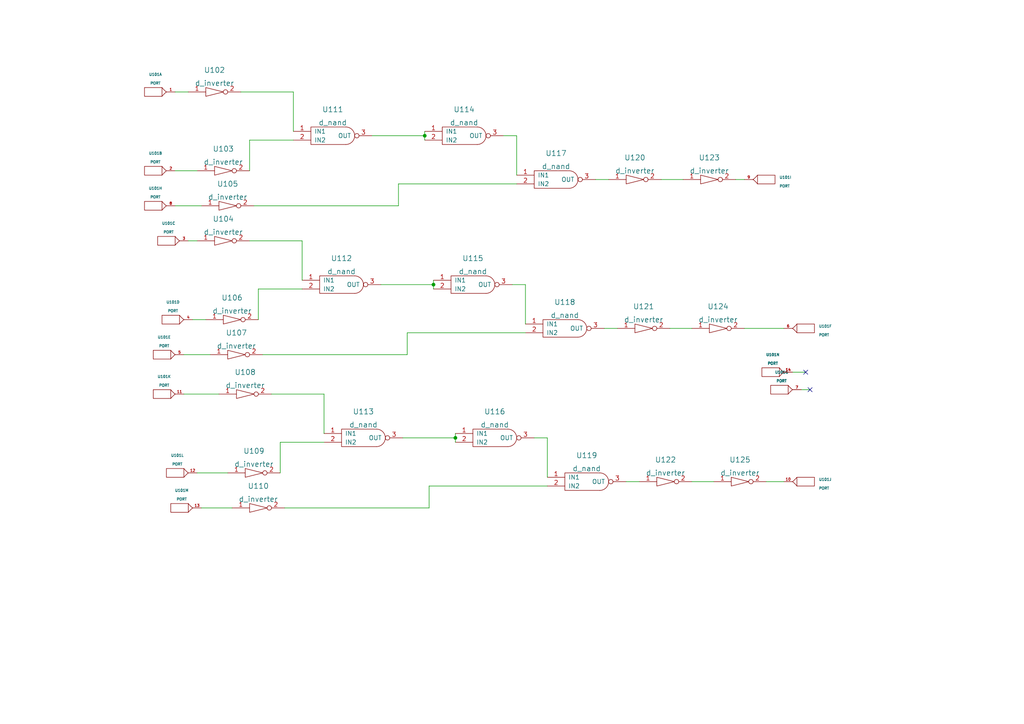
<source format=kicad_sch>
(kicad_sch (version 20211123) (generator eeschema)
  (paper "A4")
  (lib_symbols
    (symbol "eSim_Digital:d_inverter" (pin_names (offset 1.016))
      (property "Reference" "U" (at 0 -2.54 0))
      (property "Value" "d_inverter" (at 0 3.81 0))
      (symbol "d_inverter_0_1"
        (polyline (pts (xy -2.54 1.27) (xy -2.54 -1.27) (xy 2.54 0) (xy -2.54 1.27)))
      )
      (symbol "d_inverter_1_1"
        (pin input line (at -7.62 0 0) (length 5.08) (name "~") (number "1"))
        (pin output inverted (at 7.62 0 180) (length 5.08) (name "~") (number "2"))
      )
    )
    (symbol "eSim_Digital:d_nand" (pin_names (offset 1.016))
      (property "Reference" "U" (at 0 0 0))
      (property "Value" "d_nand" (at 1.27 2.54 0))
      (symbol "d_nand_0_1"
        (polyline (pts (xy 3.81 -1.27) (xy -6.35 -1.27) (xy -6.35 3.81) (xy 3.81 3.81)))
        (arc (start 3.81 -1.27) (mid 5.5897 -0.5171) (end 6.35 1.27))
        (arc (start 6.35 1.27) (mid 5.5971 3.0497) (end 3.81 3.81))
      )
      (symbol "d_nand_1_1"
        (pin input line (at -11.43 2.54 0) (length 5.08) (name "IN1") (number "1"))
        (pin input line (at -11.43 0 0) (length 5.08) (name "IN2") (number "2"))
        (pin output inverted (at 11.43 1.27 180) (length 5.08) (name "OUT") (number "3"))
      )
    )
    (symbol "eSim_Miscellaneous:PORT" (pin_names (offset 1.016))
      (property "Reference" "U" (at 1.27 2.54 0))
      (property "Value" "PORT" (at 0 0 0))
      (symbol "PORT_0_1"
        (rectangle (start -2.54 1.27) (end 2.54 -1.27))
        (arc (start 2.54 1.27) (mid 3.1355 0.5955) (end 3.81 0))
        (arc (start 3.81 0) (mid 3.1447 -0.6046) (end 2.54 -1.27))
      )
      (symbol "PORT_1_1"
        (pin bidirectional line (at 6.35 0 180) (length 2.54) (name "~") (number "1"))
      )
      (symbol "PORT_2_1"
        (pin bidirectional line (at 6.35 0 180) (length 2.54) (name "~") (number "2"))
      )
      (symbol "PORT_3_1"
        (pin bidirectional line (at 6.35 0 180) (length 2.54) (name "~") (number "3"))
      )
      (symbol "PORT_4_1"
        (pin bidirectional line (at 6.35 0 180) (length 2.54) (name "~") (number "4"))
      )
      (symbol "PORT_5_1"
        (pin bidirectional line (at 6.35 0 180) (length 2.54) (name "~") (number "5"))
      )
      (symbol "PORT_6_1"
        (pin bidirectional line (at 6.35 0 180) (length 2.54) (name "~") (number "6"))
      )
      (symbol "PORT_7_1"
        (pin bidirectional line (at 6.35 0 180) (length 2.54) (name "~") (number "7"))
      )
      (symbol "PORT_8_1"
        (pin bidirectional line (at 6.35 0 180) (length 2.54) (name "~") (number "8"))
      )
      (symbol "PORT_9_1"
        (pin bidirectional line (at 6.35 0 180) (length 2.54) (name "~") (number "9"))
      )
      (symbol "PORT_10_1"
        (pin bidirectional line (at 6.35 0 180) (length 2.54) (name "~") (number "10"))
      )
      (symbol "PORT_11_1"
        (pin bidirectional line (at 6.35 0 180) (length 2.54) (name "~") (number "11"))
      )
      (symbol "PORT_12_1"
        (pin bidirectional line (at 6.35 0 180) (length 2.54) (name "~") (number "12"))
      )
      (symbol "PORT_13_1"
        (pin bidirectional line (at 6.35 0 180) (length 2.54) (name "~") (number "13"))
      )
      (symbol "PORT_14_1"
        (pin bidirectional line (at 6.35 0 180) (length 2.54) (name "~") (number "14"))
      )
      (symbol "PORT_15_1"
        (pin bidirectional line (at 6.35 0 180) (length 2.54) (name "~") (number "15"))
      )
      (symbol "PORT_16_1"
        (pin bidirectional line (at 6.35 0 180) (length 2.54) (name "~") (number "16"))
      )
      (symbol "PORT_17_1"
        (pin bidirectional line (at 6.35 0 180) (length 2.54) (name "~") (number "17"))
      )
      (symbol "PORT_18_1"
        (pin bidirectional line (at 6.35 0 180) (length 2.54) (name "~") (number "18"))
      )
      (symbol "PORT_19_1"
        (pin bidirectional line (at 6.35 0 180) (length 2.54) (name "~") (number "19"))
      )
      (symbol "PORT_20_1"
        (pin bidirectional line (at 6.35 0 180) (length 2.54) (name "~") (number "20"))
      )
      (symbol "PORT_21_1"
        (pin bidirectional line (at 6.35 0 180) (length 2.54) (name "~") (number "21"))
      )
      (symbol "PORT_22_1"
        (pin bidirectional line (at 6.35 0 180) (length 2.54) (name "~") (number "22"))
      )
      (symbol "PORT_23_1"
        (pin bidirectional line (at 6.35 0 180) (length 2.54) (name "~") (number "23"))
      )
      (symbol "PORT_24_1"
        (pin bidirectional line (at 6.35 0 180) (length 2.54) (name "~") (number "24"))
      )
      (symbol "PORT_25_1"
        (pin bidirectional line (at 6.35 0 180) (length 2.54) (name "~") (number "25"))
      )
      (symbol "PORT_26_1"
        (pin bidirectional line (at 6.35 0 180) (length 2.54) (name "~") (number "26"))
      )
    )
  )
  (junction (at 123.19 39.37))
  (junction (at 132.08 127))
  (junction (at 125.73 82.55))
  (no_connect (at 234.95 113.03))
  (no_connect (at 233.68 107.95))
  (wire (pts (xy 74.93 83.82) (xy 87.63 83.82)))
  (wire (pts (xy 115.57 53.34) (xy 149.86 53.34)))
  (wire (pts (xy 72.39 49.53) (xy 72.39 40.64)))
  (wire (pts (xy 227.33 95.25) (xy 215.9 95.25)))
  (wire (pts (xy 123.19 39.37) (xy 123.19 40.64)))
  (wire (pts (xy 124.46 147.32) (xy 124.46 140.97)))
  (wire (pts (xy 118.11 96.52) (xy 152.4 96.52)))
  (wire (pts (xy 185.42 139.7) (xy 181.61 139.7)))
  (wire (pts (xy 110.49 82.55) (xy 125.73 82.55)))
  (wire (pts (xy 69.85 26.67) (xy 85.09 26.67)))
  (wire (pts (xy 50.8 49.53) (xy 57.15 49.53)))
  (wire (pts (xy 85.09 26.67) (xy 85.09 38.1)))
  (wire (pts (xy 81.28 137.16) (xy 81.28 128.27)))
  (wire (pts (xy 76.2 102.87) (xy 118.11 102.87)))
  (wire (pts (xy 72.39 40.64) (xy 85.09 40.64)))
  (wire (pts (xy 72.39 69.85) (xy 87.63 69.85)))
  (wire (pts (xy 227.33 139.7) (xy 222.25 139.7)))
  (wire (pts (xy 154.94 127) (xy 158.75 127)))
  (wire (pts (xy 53.34 102.87) (xy 60.96 102.87)))
  (wire (pts (xy 213.36 52.07) (xy 215.9 52.07)))
  (wire (pts (xy 200.66 139.7) (xy 207.01 139.7)))
  (wire (pts (xy 132.08 127) (xy 132.08 128.27)))
  (wire (pts (xy 124.46 140.97) (xy 158.75 140.97)))
  (wire (pts (xy 107.95 39.37) (xy 123.19 39.37)))
  (wire (pts (xy 146.05 39.37) (xy 149.86 39.37)))
  (wire (pts (xy 78.74 114.3) (xy 93.98 114.3)))
  (wire (pts (xy 191.77 52.07) (xy 198.12 52.07)))
  (wire (pts (xy 74.93 92.71) (xy 74.93 83.82)))
  (wire (pts (xy 232.41 113.03) (xy 234.95 113.03)))
  (wire (pts (xy 93.98 114.3) (xy 93.98 125.73)))
  (wire (pts (xy 53.34 114.3) (xy 63.5 114.3)))
  (wire (pts (xy 82.55 147.32) (xy 124.46 147.32)))
  (wire (pts (xy 118.11 102.87) (xy 118.11 96.52)))
  (wire (pts (xy 125.73 81.28) (xy 125.73 82.55)))
  (wire (pts (xy 152.4 82.55) (xy 152.4 93.98)))
  (wire (pts (xy 194.31 95.25) (xy 200.66 95.25)))
  (wire (pts (xy 229.87 107.95) (xy 233.68 107.95)))
  (wire (pts (xy 148.59 82.55) (xy 152.4 82.55)))
  (wire (pts (xy 179.07 95.25) (xy 175.26 95.25)))
  (wire (pts (xy 58.42 147.32) (xy 67.31 147.32)))
  (wire (pts (xy 132.08 125.73) (xy 132.08 127)))
  (wire (pts (xy 57.15 137.16) (xy 66.04 137.16)))
  (wire (pts (xy 81.28 128.27) (xy 93.98 128.27)))
  (wire (pts (xy 176.53 52.07) (xy 172.72 52.07)))
  (wire (pts (xy 54.61 69.85) (xy 57.15 69.85)))
  (wire (pts (xy 125.73 82.55) (xy 125.73 83.82)))
  (wire (pts (xy 115.57 59.69) (xy 115.57 53.34)))
  (wire (pts (xy 149.86 39.37) (xy 149.86 50.8)))
  (wire (pts (xy 123.19 38.1) (xy 123.19 39.37)))
  (wire (pts (xy 87.63 69.85) (xy 87.63 81.28)))
  (wire (pts (xy 158.75 127) (xy 158.75 138.43)))
  (wire (pts (xy 73.66 59.69) (xy 115.57 59.69)))
  (wire (pts (xy 116.84 127) (xy 132.08 127)))
  (wire (pts (xy 55.88 92.71) (xy 59.69 92.71)))
  (wire (pts (xy 50.8 59.69) (xy 58.42 59.69)))
  (wire (pts (xy 50.8 26.67) (xy 54.61 26.67)))
  (symbol (lib_id "eSim_Digital:d_inverter") (at 208.28 95.25 0) (unit 1)
    (property "Reference" "U124" (at 208.28 88.9 0) (effects (font (size 1.524 1.524))))
    (property "Value" "d_inverter" (at 208.28 92.71 0) (effects (font (size 1.524 1.524))))
  )
  (symbol (lib_id "eSim_Digital:d_inverter") (at 62.23 26.67 0) (unit 1)
    (property "Reference" "U102" (at 62.23 20.32 0) (effects (font (size 1.524 1.524))))
    (property "Value" "d_inverter" (at 62.23 24.13 0) (effects (font (size 1.524 1.524))))
  )
  (symbol (lib_id "eSim_Miscellaneous:PORT") (at 50.8 137.16 0) (unit 12)
    (property "Reference" "U101" (at 51.435 132.08 0) (effects (font (size 0.762 0.762))))
    (property "Value" "PORT" (at 51.435 134.62 0) (effects (font (size 0.762 0.762))))
  )
  (symbol (lib_id "eSim_Digital:d_nand") (at 134.62 40.64 0) (unit 1)
    (property "Reference" "U114" (at 134.62 31.75 0) (effects (font (size 1.524 1.524))))
    (property "Value" "d_nand" (at 134.62 35.56 0) (effects (font (size 1.524 1.524))))
  )
  (symbol (lib_id "eSim_Digital:d_inverter") (at 186.69 95.25 0) (unit 1)
    (property "Reference" "U121" (at 186.69 88.9 0) (effects (font (size 1.524 1.524))))
    (property "Value" "d_inverter" (at 186.69 92.71 0) (effects (font (size 1.524 1.524))))
  )
  (symbol (lib_id "eSim_Miscellaneous:PORT") (at 52.07 147.32 0) (unit 13)
    (property "Reference" "U101" (at 52.705 142.24 0) (effects (font (size 0.762 0.762))))
    (property "Value" "PORT" (at 52.705 144.78 0) (effects (font (size 0.762 0.762))))
  )
  (symbol (lib_id "eSim_Miscellaneous:PORT") (at 222.25 52.07 180) (unit 9)
    (property "Reference" "U101" (at 226.06 51.435 0) (effects (font (size 0.762 0.762)) (justify right)))
    (property "Value" "PORT" (at 226.06 53.975 0) (effects (font (size 0.762 0.762)) (justify right)))
  )
  (symbol (lib_id "eSim_Miscellaneous:PORT") (at 46.99 102.87 0) (unit 5)
    (property "Reference" "U101" (at 47.625 97.79 0) (effects (font (size 0.762 0.762))))
    (property "Value" "PORT" (at 47.625 100.33 0) (effects (font (size 0.762 0.762))))
  )
  (symbol (lib_id "eSim_Digital:d_inverter") (at 64.77 69.85 0) (unit 1)
    (property "Reference" "U104" (at 64.77 63.5 0) (effects (font (size 1.524 1.524))))
    (property "Value" "d_inverter" (at 64.77 67.31 0) (effects (font (size 1.524 1.524))))
  )
  (symbol (lib_id "eSim_Miscellaneous:PORT") (at 48.26 69.85 0) (unit 3)
    (property "Reference" "U101" (at 48.895 64.77 0) (effects (font (size 0.762 0.762))))
    (property "Value" "PORT" (at 48.895 67.31 0) (effects (font (size 0.762 0.762))))
  )
  (symbol (lib_id "eSim_Digital:d_inverter") (at 68.58 102.87 0) (unit 1)
    (property "Reference" "U107" (at 68.58 96.52 0) (effects (font (size 1.524 1.524))))
    (property "Value" "d_inverter" (at 68.58 100.33 0) (effects (font (size 1.524 1.524))))
  )
  (symbol (lib_id "eSim_Digital:d_inverter") (at 73.66 137.16 0) (unit 1)
    (property "Reference" "U109" (at 73.66 130.81 0) (effects (font (size 1.524 1.524))))
    (property "Value" "d_inverter" (at 73.66 134.62 0) (effects (font (size 1.524 1.524))))
  )
  (symbol (lib_id "eSim_Miscellaneous:PORT") (at 44.45 59.69 0) (unit 8)
    (property "Reference" "U101" (at 45.085 54.61 0) (effects (font (size 0.762 0.762))))
    (property "Value" "PORT" (at 45.085 57.15 0) (effects (font (size 0.762 0.762))))
  )
  (symbol (lib_id "eSim_Digital:d_nand") (at 137.16 83.82 0) (unit 1)
    (property "Reference" "U115" (at 137.16 74.93 0) (effects (font (size 1.524 1.524))))
    (property "Value" "d_nand" (at 137.16 78.74 0) (effects (font (size 1.524 1.524))))
  )
  (symbol (lib_id "eSim_Digital:d_inverter") (at 193.04 139.7 0) (unit 1)
    (property "Reference" "U122" (at 193.04 133.35 0) (effects (font (size 1.524 1.524))))
    (property "Value" "d_inverter" (at 193.04 137.16 0) (effects (font (size 1.524 1.524))))
  )
  (symbol (lib_id "eSim_Digital:d_nand") (at 163.83 96.52 0) (unit 1)
    (property "Reference" "U118" (at 163.83 87.63 0) (effects (font (size 1.524 1.524))))
    (property "Value" "d_nand" (at 163.83 91.44 0) (effects (font (size 1.524 1.524))))
  )
  (symbol (lib_id "eSim_Digital:d_nand") (at 105.41 128.27 0) (unit 1)
    (property "Reference" "U113" (at 105.41 119.38 0) (effects (font (size 1.524 1.524))))
    (property "Value" "d_nand" (at 105.41 123.19 0) (effects (font (size 1.524 1.524))))
  )
  (symbol (lib_id "eSim_Digital:d_inverter") (at 66.04 59.69 0) (unit 1)
    (property "Reference" "U105" (at 66.04 53.34 0) (effects (font (size 1.524 1.524))))
    (property "Value" "d_inverter" (at 66.04 57.15 0) (effects (font (size 1.524 1.524))))
  )
  (symbol (lib_id "eSim_Miscellaneous:PORT") (at 233.68 139.7 180) (unit 10)
    (property "Reference" "U101" (at 237.49 139.065 0) (effects (font (size 0.762 0.762)) (justify right)))
    (property "Value" "PORT" (at 237.49 141.605 0) (effects (font (size 0.762 0.762)) (justify right)))
  )
  (symbol (lib_id "eSim_Digital:d_inverter") (at 71.12 114.3 0) (unit 1)
    (property "Reference" "U108" (at 71.12 107.95 0) (effects (font (size 1.524 1.524))))
    (property "Value" "d_inverter" (at 71.12 111.76 0) (effects (font (size 1.524 1.524))))
  )
  (symbol (lib_id "eSim_Digital:d_nand") (at 99.06 83.82 0) (unit 1)
    (property "Reference" "U112" (at 99.06 74.93 0) (effects (font (size 1.524 1.524))))
    (property "Value" "d_nand" (at 99.06 78.74 0) (effects (font (size 1.524 1.524))))
  )
  (symbol (lib_id "eSim_Digital:d_nand") (at 170.18 140.97 0) (unit 1)
    (property "Reference" "U119" (at 170.18 132.08 0) (effects (font (size 1.524 1.524))))
    (property "Value" "d_nand" (at 170.18 135.89 0) (effects (font (size 1.524 1.524))))
  )
  (symbol (lib_id "eSim_Miscellaneous:PORT") (at 226.06 113.03 0) (unit 7)
    (property "Reference" "U101" (at 226.695 107.95 0) (effects (font (size 0.762 0.762))))
    (property "Value" "PORT" (at 226.695 110.49 0) (effects (font (size 0.762 0.762))))
  )
  (symbol (lib_id "eSim_Miscellaneous:PORT") (at 49.53 92.71 0) (unit 4)
    (property "Reference" "U101" (at 50.165 87.63 0) (effects (font (size 0.762 0.762))))
    (property "Value" "PORT" (at 50.165 90.17 0) (effects (font (size 0.762 0.762))))
  )
  (symbol (lib_id "eSim_Digital:d_nand") (at 161.29 53.34 0) (unit 1)
    (property "Reference" "U117" (at 161.29 44.45 0) (effects (font (size 1.524 1.524))))
    (property "Value" "d_nand" (at 161.29 48.26 0) (effects (font (size 1.524 1.524))))
  )
  (symbol (lib_id "eSim_Miscellaneous:PORT") (at 44.45 49.53 0) (unit 2)
    (property "Reference" "U101" (at 45.085 44.45 0) (effects (font (size 0.762 0.762))))
    (property "Value" "PORT" (at 45.085 46.99 0) (effects (font (size 0.762 0.762))))
  )
  (symbol (lib_id "eSim_Digital:d_nand") (at 96.52 40.64 0) (unit 1)
    (property "Reference" "U111" (at 96.52 31.75 0) (effects (font (size 1.524 1.524))))
    (property "Value" "d_nand" (at 96.52 35.56 0) (effects (font (size 1.524 1.524))))
  )
  (symbol (lib_id "eSim_Digital:d_inverter") (at 214.63 139.7 0) (unit 1)
    (property "Reference" "U125" (at 214.63 133.35 0) (effects (font (size 1.524 1.524))))
    (property "Value" "d_inverter" (at 214.63 137.16 0) (effects (font (size 1.524 1.524))))
  )
  (symbol (lib_id "eSim_Miscellaneous:PORT") (at 233.68 95.25 180) (unit 6)
    (property "Reference" "U101" (at 237.49 94.615 0) (effects (font (size 0.762 0.762)) (justify right)))
    (property "Value" "PORT" (at 237.49 97.155 0) (effects (font (size 0.762 0.762)) (justify right)))
  )
  (symbol (lib_id "eSim_Miscellaneous:PORT") (at 46.99 114.3 0) (unit 11)
    (property "Reference" "U101" (at 47.625 109.22 0) (effects (font (size 0.762 0.762))))
    (property "Value" "PORT" (at 47.625 111.76 0) (effects (font (size 0.762 0.762))))
  )
  (symbol (lib_id "eSim_Digital:d_nand") (at 143.51 128.27 0) (unit 1)
    (property "Reference" "U116" (at 143.51 119.38 0) (effects (font (size 1.524 1.524))))
    (property "Value" "d_nand" (at 143.51 123.19 0) (effects (font (size 1.524 1.524))))
  )
  (symbol (lib_id "eSim_Digital:d_inverter") (at 64.77 49.53 0) (unit 1)
    (property "Reference" "U103" (at 64.77 43.18 0) (effects (font (size 1.524 1.524))))
    (property "Value" "d_inverter" (at 64.77 46.99 0) (effects (font (size 1.524 1.524))))
  )
  (symbol (lib_id "eSim_Digital:d_inverter") (at 184.15 52.07 0) (unit 1)
    (property "Reference" "U120" (at 184.15 45.72 0) (effects (font (size 1.524 1.524))))
    (property "Value" "d_inverter" (at 184.15 49.53 0) (effects (font (size 1.524 1.524))))
  )
  (symbol (lib_id "eSim_Miscellaneous:PORT") (at 44.45 26.67 0) (unit 1)
    (property "Reference" "U101" (at 45.085 21.59 0) (effects (font (size 0.762 0.762))))
    (property "Value" "PORT" (at 45.085 24.13 0) (effects (font (size 0.762 0.762))))
  )
  (symbol (lib_id "eSim_Miscellaneous:PORT") (at 223.52 107.95 0) (unit 14)
    (property "Reference" "U101" (at 224.155 102.87 0) (effects (font (size 0.762 0.762))))
    (property "Value" "PORT" (at 224.155 105.41 0) (effects (font (size 0.762 0.762))))
  )
  (symbol (lib_id "eSim_Digital:d_inverter") (at 205.74 52.07 0) (unit 1)
    (property "Reference" "U123" (at 205.74 45.72 0) (effects (font (size 1.524 1.524))))
    (property "Value" "d_inverter" (at 205.74 49.53 0) (effects (font (size 1.524 1.524))))
  )
  (symbol (lib_id "eSim_Digital:d_inverter") (at 74.93 147.32 0) (unit 1)
    (property "Reference" "U110" (at 74.93 140.97 0) (effects (font (size 1.524 1.524))))
    (property "Value" "d_inverter" (at 74.93 144.78 0) (effects (font (size 1.524 1.524))))
  )
  (symbol (lib_id "eSim_Digital:d_inverter") (at 67.31 92.71 0) (unit 1)
    (property "Reference" "U106" (at 67.31 86.36 0) (effects (font (size 1.524 1.524))))
    (property "Value" "d_inverter" (at 67.31 90.17 0) (effects (font (size 1.524 1.524))))
  )
)
</source>
